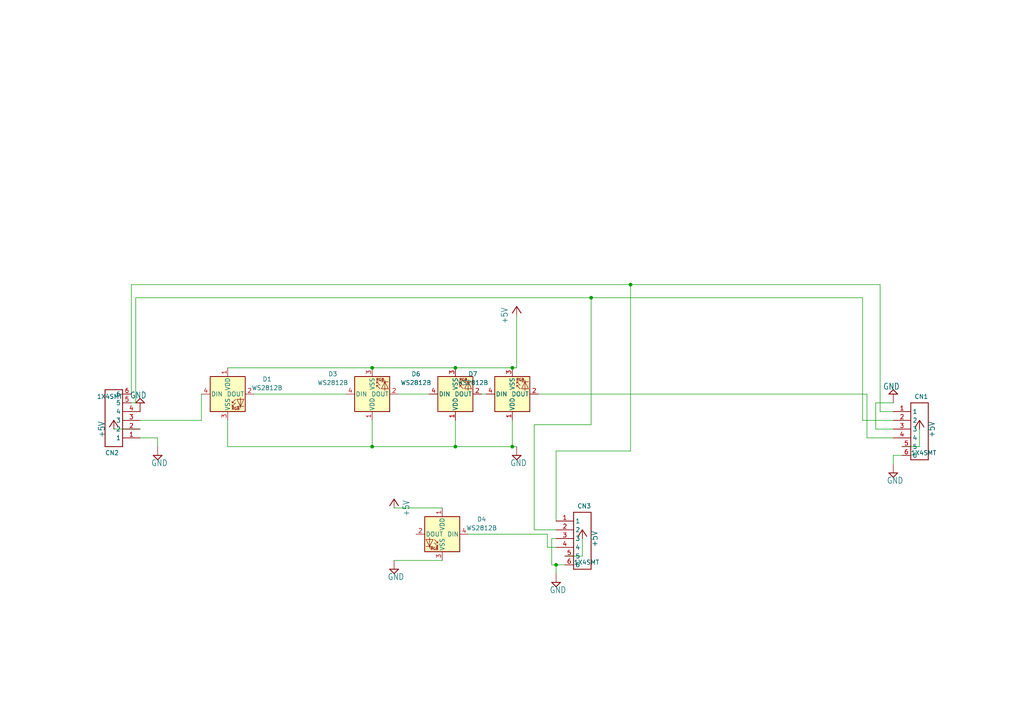
<source format=kicad_sch>
(kicad_sch (version 20211123) (generator eeschema)
  (paper "A4")
  (lib_symbols
    (symbol "1X4SMT_1"
      (property "Reference" "CN" (at 5.08 7.62 0))
      (property "Value" "1X4SMT_1" (at 0 -10.16 0))
      (symbol "1X4SMT_1_1_0"
        (polyline (pts (xy 0 -11.43) (xy 0 5.08)) (stroke (width 0.254)))
        (polyline (pts (xy 0 5.08) (xy 5.08 5.08)) (stroke (width 0.254)))
        (polyline (pts (xy 5.08 -11.43) (xy 0 -11.43)) (stroke (width 0.254)))
        (polyline (pts (xy 5.08 5.08) (xy 5.08 -11.43)) (stroke (width 0.254)))
        (pin bidirectional line (at -5.08 2.54 0) (length 5.08) (name "1") (number "1"))
        (pin bidirectional line (at -5.08 0 0) (length 5.08) (name "2") (number "2"))
        (pin bidirectional line (at -5.08 -2.54 0) (length 5.08) (name "3") (number "3"))
        (pin bidirectional line (at -5.08 -5.08 0) (length 5.08) (name "4") (number "4"))
      )
      (symbol "1X4SMT_1_1_1"
        (pin bidirectional line (at -2.54 -7.62 0) (length 2.54) (name "5") (number "5"))
        (pin bidirectional line (at -2.54 -10.16 0) (length 2.54) (name "6") (number "6"))
      )
    )
    (symbol "Adafruit NeoPixel 8 Stick-eagle-import:+5V" (power)
      (property "Value" "+5V" (at -2.54 -5.08 90))
      (symbol "+5V_1_0"
        (polyline (pts (xy 0 0) (xy -1.27 -1.905)) (stroke (width 0.254)))
        (polyline (pts (xy 1.27 -1.905) (xy 0 0)) (stroke (width 0.254)))
        (pin power_in line (at 0 -2.54 90) (length 2.54) (name "+5V") (number "1"))
      )
    )
    (symbol "Adafruit NeoPixel 8 Stick-eagle-import:1X4SMT"
      (property "Reference" "CN" (at 5.08 7.62 0))
      (property "Value" "1X4SMT" (at 0 -10.16 0))
      (symbol "1X4SMT_1_0"
        (polyline (pts (xy 0 -11.43) (xy 0 5.08)) (stroke (width 0.254)))
        (polyline (pts (xy 0 5.08) (xy 5.08 5.08)) (stroke (width 0.254)))
        (polyline (pts (xy 5.08 -11.43) (xy 0 -11.43)) (stroke (width 0.254)))
        (polyline (pts (xy 5.08 5.08) (xy 5.08 -11.43)) (stroke (width 0.254)))
        (pin bidirectional line (at -5.08 2.54 0) (length 5.08) (name "1") (number "1"))
        (pin bidirectional line (at -5.08 0 0) (length 5.08) (name "2") (number "2"))
        (pin bidirectional line (at -5.08 -2.54 0) (length 5.08) (name "3") (number "3"))
        (pin bidirectional line (at -5.08 -5.08 0) (length 5.08) (name "4") (number "4"))
      )
      (symbol "1X4SMT_1_1"
        (pin bidirectional line (at -2.54 -7.62 0) (length 2.54) (name "5") (number "5"))
        (pin bidirectional line (at -2.54 -10.16 0) (length 2.54) (name "6") (number "6"))
      )
    )
    (symbol "Adafruit NeoPixel 8 Stick-eagle-import:GND" (power)
      (property "Value" "GND" (at -1.905 -3.175 0))
      (symbol "GND_1_0"
        (polyline (pts (xy -1.27 0) (xy 1.27 0)) (stroke (width 0.254)))
        (polyline (pts (xy 0 -1.27) (xy -1.27 0)) (stroke (width 0.254)))
        (polyline (pts (xy 1.27 0) (xy 0 -1.27)) (stroke (width 0.254)))
        (pin power_in line (at 0 2.54 270) (length 2.54) (name "GND") (number "1"))
      )
    )
    (symbol "LED:WS2812B" (pin_names (offset 0.254))
      (property "Reference" "D" (at 5.08 5.715 0))
      (property "Value" "WS2812B" (at 1.27 -5.715 0))
      (symbol "WS2812B_0_0"
        (text "RGB" (at 2.286 -4.191 0) (effects (font (size 0.762 0.762))))
      )
      (symbol "WS2812B_0_1"
        (polyline (pts (xy 1.27 -3.556) (xy 1.778 -3.556)))
        (polyline (pts (xy 1.27 -2.54) (xy 1.778 -2.54)))
        (polyline (pts (xy 4.699 -3.556) (xy 2.667 -3.556)))
        (polyline (pts (xy 2.286 -2.54) (xy 1.27 -3.556) (xy 1.27 -3.048)))
        (polyline (pts (xy 2.286 -1.524) (xy 1.27 -2.54) (xy 1.27 -2.032)))
        (polyline (pts (xy 3.683 -1.016) (xy 3.683 -3.556) (xy 3.683 -4.064)))
        (polyline (pts (xy 4.699 -1.524) (xy 2.667 -1.524) (xy 3.683 -3.556) (xy 4.699 -1.524)))
        (rectangle (start 5.08 5.08) (end -5.08 -5.08) (stroke (width 0.254)) (fill (type background)))
      )
      (symbol "WS2812B_1_1"
        (pin power_in line (at 0 7.62 270) (length 2.54) (name "VDD") (number "1"))
        (pin output line (at 7.62 0 180) (length 2.54) (name "DOUT") (number "2"))
        (pin power_in line (at 0 -7.62 90) (length 2.54) (name "VSS") (number "3"))
        (pin input line (at -7.62 0 0) (length 2.54) (name "DIN") (number "4"))
      )
    )
  )
  (junction (at 161.29 163.83))
  (junction (at 148.59 106.68))
  (junction (at 107.95 129.54))
  (junction (at 182.88 82.55))
  (junction (at 148.59 129.54))
  (junction (at 171.45 86.36))
  (junction (at 132.08 106.68))
  (junction (at 132.08 129.54))
  (junction (at 107.95 106.68))
  (wire (pts (xy 154.94 153.67) (xy 154.94 123.19)))
  (wire (pts (xy 163.83 161.29) (xy 168.91 161.29)))
  (wire (pts (xy 40.64 127) (xy 45.72 127)))
  (wire (pts (xy 45.72 127) (xy 45.72 129.54)))
  (wire (pts (xy 259.08 132.08) (xy 259.08 134.62)))
  (wire (pts (xy 132.08 121.92) (xy 132.08 129.54)))
  (wire (pts (xy 161.29 151.13) (xy 161.29 130.81)))
  (wire (pts (xy 139.7 114.3) (xy 140.97 114.3)))
  (wire (pts (xy 128.27 147.32) (xy 114.3 147.32)))
  (wire (pts (xy 38.1 116.84) (xy 39.37 116.84)))
  (wire (pts (xy 40.64 121.92) (xy 58.42 121.92)))
  (wire (pts (xy 161.29 130.81) (xy 182.88 130.81)))
  (wire (pts (xy 107.95 106.68) (xy 132.08 106.68)))
  (wire (pts (xy 254 116.84) (xy 259.08 116.84)))
  (wire (pts (xy 254 124.46) (xy 254 116.84)))
  (wire (pts (xy 73.66 114.3) (xy 100.33 114.3)))
  (wire (pts (xy 171.45 86.36) (xy 250.19 86.36)))
  (wire (pts (xy 171.45 123.19) (xy 171.45 86.36)))
  (wire (pts (xy 148.59 106.68) (xy 149.86 106.68)))
  (wire (pts (xy 251.46 114.3) (xy 251.46 127)))
  (wire (pts (xy 255.27 82.55) (xy 255.27 119.38)))
  (wire (pts (xy 66.04 106.68) (xy 107.95 106.68)))
  (wire (pts (xy 160.02 163.83) (xy 161.29 163.83)))
  (wire (pts (xy 250.19 86.36) (xy 250.19 121.92)))
  (wire (pts (xy 132.08 106.68) (xy 148.59 106.68)))
  (wire (pts (xy 148.59 129.54) (xy 149.86 129.54)))
  (wire (pts (xy 161.29 163.83) (xy 161.29 166.37)))
  (wire (pts (xy 66.04 121.92) (xy 66.04 129.54)))
  (wire (pts (xy 114.3 162.56) (xy 128.27 162.56)))
  (wire (pts (xy 107.95 129.54) (xy 132.08 129.54)))
  (wire (pts (xy 38.1 82.55) (xy 182.88 82.55)))
  (wire (pts (xy 168.91 161.29) (xy 168.91 156.21)))
  (wire (pts (xy 163.83 163.83) (xy 161.29 163.83)))
  (wire (pts (xy 58.42 121.92) (xy 58.42 114.3)))
  (wire (pts (xy 158.75 158.75) (xy 161.29 158.75)))
  (wire (pts (xy 107.95 121.92) (xy 107.95 129.54)))
  (wire (pts (xy 39.37 86.36) (xy 171.45 86.36)))
  (wire (pts (xy 66.04 129.54) (xy 107.95 129.54)))
  (wire (pts (xy 250.19 121.92) (xy 259.08 121.92)))
  (wire (pts (xy 33.02 124.46) (xy 40.64 124.46)))
  (wire (pts (xy 251.46 127) (xy 259.08 127)))
  (wire (pts (xy 148.59 121.92) (xy 148.59 129.54)))
  (wire (pts (xy 160.02 156.21) (xy 160.02 163.83)))
  (wire (pts (xy 182.88 82.55) (xy 255.27 82.55)))
  (wire (pts (xy 156.21 114.3) (xy 251.46 114.3)))
  (wire (pts (xy 255.27 119.38) (xy 259.08 119.38)))
  (wire (pts (xy 161.29 156.21) (xy 160.02 156.21)))
  (wire (pts (xy 135.89 154.94) (xy 158.75 154.94)))
  (wire (pts (xy 154.94 123.19) (xy 171.45 123.19)))
  (wire (pts (xy 259.08 124.46) (xy 254 124.46)))
  (wire (pts (xy 182.88 130.81) (xy 182.88 82.55)))
  (wire (pts (xy 161.29 153.67) (xy 154.94 153.67)))
  (wire (pts (xy 158.75 154.94) (xy 158.75 158.75)))
  (wire (pts (xy 39.37 116.84) (xy 39.37 86.36)))
  (wire (pts (xy 261.62 132.08) (xy 259.08 132.08)))
  (wire (pts (xy 261.62 129.54) (xy 266.7 129.54)))
  (wire (pts (xy 38.1 114.3) (xy 38.1 82.55)))
  (wire (pts (xy 149.86 91.44) (xy 149.86 106.68)))
  (wire (pts (xy 266.7 129.54) (xy 266.7 124.46)))
  (wire (pts (xy 132.08 129.54) (xy 148.59 129.54)))
  (wire (pts (xy 115.57 114.3) (xy 124.46 114.3)))
  (symbol (lib_id "LED:WS2812B") (at 128.27 154.94 0) (mirror y) (unit 1)
    (property "Reference" "D4" (at 139.7 150.6093 0))
    (property "Value" "WS2812B" (at 139.7 153.1493 0))
    (property "Footprint" "LED_SMD:LED_WS2812B_PLCC4_5.0x5.0mm_P3.2mm" (effects hide))
    (property "Datasheet" "https://cdn-shop.adafruit.com/datasheets/WS2812B.pdf" (effects hide))
  )
  (symbol (lib_name "1X4SMT_1") (lib_id "Adafruit NeoPixel 8 Stick-eagle-import:1X4SMT") (at 166.37 153.67 0) (unit 1)
    (property "Reference" "CN3" (at 171.45 146.05 0) (effects (justify right top)))
    (property "Value" "1X4SMT" (at 166.37 163.83 0) (effects (justify left bottom)))
    (property "Footprint" "Adafruit NeoPixel 8 Stick:1X4-SMT" (effects hide))
  )
  (symbol (lib_id "Adafruit NeoPixel 8 Stick-eagle-import:GND") (at 40.64 116.84 180) (unit 1)
    (property "Reference" "#SUPPLY02" (effects hide))
    (property "Value" "GND" (at 42.545 113.665 0) (effects (font (size 1.778 1.5113)) (justify left bottom)))
    (property "Footprint" "Adafruit NeoPixel 8 Stick:" (effects hide))
  )
  (symbol (lib_id "Adafruit NeoPixel 8 Stick-eagle-import:+5V") (at 33.02 121.92 0) (unit 1)
    (property "Reference" "#P+011" (effects hide))
    (property "Value" "+5V" (at 30.48 127 90) (effects (font (size 1.778 1.5113)) (justify left bottom)))
    (property "Footprint" "Adafruit NeoPixel 8 Stick:" (effects hide))
  )
  (symbol (lib_id "Adafruit NeoPixel 8 Stick-eagle-import:+5V") (at 114.3 144.78 0) (mirror y) (unit 1)
    (property "Reference" "#P+0102" (effects hide))
    (property "Value" "+5V" (at 116.84 149.86 90) (effects (font (size 1.778 1.5113)) (justify left bottom)))
    (property "Footprint" "Adafruit NeoPixel 8 Stick:" (effects hide))
  )
  (symbol (lib_id "LED:WS2812B") (at 107.95 114.3 0) (mirror x) (unit 1)
    (property "Reference" "D3" (at 96.52 108.4705 0))
    (property "Value" "WS2812B" (at 96.52 111.0105 0))
    (property "Footprint" "LED_SMD:LED_WS2812B_PLCC4_5.0x5.0mm_P3.2mm" (effects hide))
    (property "Datasheet" "https://cdn-shop.adafruit.com/datasheets/WS2812B.pdf" (effects hide))
  )
  (symbol (lib_id "LED:WS2812B") (at 148.59 114.3 0) (mirror x) (unit 1)
    (property "Reference" "D7" (at 137.16 108.4705 0))
    (property "Value" "WS2812B" (at 137.16 111.0105 0))
    (property "Footprint" "LED_SMD:LED_WS2812B_PLCC4_5.0x5.0mm_P3.2mm" (effects hide))
    (property "Datasheet" "https://cdn-shop.adafruit.com/datasheets/WS2812B.pdf" (effects hide))
  )
  (symbol (lib_id "Adafruit NeoPixel 8 Stick-eagle-import:GND") (at 45.72 132.08 0) (unit 1)
    (property "Reference" "#SUPPLY07" (effects hide))
    (property "Value" "GND" (at 43.815 135.255 0) (effects (font (size 1.778 1.5113)) (justify left bottom)))
    (property "Footprint" "Adafruit NeoPixel 8 Stick:" (effects hide))
  )
  (symbol (lib_id "Adafruit NeoPixel 8 Stick-eagle-import:1X4SMT") (at 35.56 124.46 180) (unit 1)
    (property "Reference" "CN2" (at 30.48 132.08 0) (effects (justify right top)))
    (property "Value" "1X4SMT" (at 35.56 114.3 0) (effects (justify left bottom)))
    (property "Footprint" "Adafruit NeoPixel 8 Stick:1X4-SMT" (effects hide))
  )
  (symbol (lib_id "Adafruit NeoPixel 8 Stick-eagle-import:GND") (at 114.3 165.1 0) (unit 1)
    (property "Reference" "#SUPPLY0102" (effects hide))
    (property "Value" "GND" (at 112.395 168.275 0) (effects (font (size 1.778 1.5113)) (justify left bottom)))
    (property "Footprint" "Adafruit NeoPixel 8 Stick:" (effects hide))
  )
  (symbol (lib_id "LED:WS2812B") (at 66.04 114.3 0) (unit 1)
    (property "Reference" "D1" (at 77.47 109.9693 0))
    (property "Value" "WS2812B" (at 77.47 112.5093 0))
    (property "Footprint" "LED_SMD:LED_WS2812B_PLCC4_5.0x5.0mm_P3.2mm" (effects hide))
    (property "Datasheet" "https://cdn-shop.adafruit.com/datasheets/WS2812B.pdf" (effects hide))
  )
  (symbol (lib_id "Adafruit NeoPixel 8 Stick-eagle-import:+5V") (at 149.86 88.9 0) (unit 1)
    (property "Reference" "#P+02" (effects hide))
    (property "Value" "+5V" (at 147.32 93.98 90) (effects (font (size 1.778 1.5113)) (justify left bottom)))
    (property "Footprint" "Adafruit NeoPixel 8 Stick:" (effects hide))
  )
  (symbol (lib_name "1X4SMT_1") (lib_id "Adafruit NeoPixel 8 Stick-eagle-import:1X4SMT") (at 264.16 121.92 0) (unit 1)
    (property "Reference" "CN1" (at 269.24 114.3 0) (effects (justify right top)))
    (property "Value" "1X4SMT" (at 264.16 132.08 0) (effects (justify left bottom)))
    (property "Footprint" "Adafruit NeoPixel 8 Stick:1X4-SMT" (effects hide))
  )
  (symbol (lib_id "Adafruit NeoPixel 8 Stick-eagle-import:+5V") (at 266.7 121.92 0) (mirror y) (unit 1)
    (property "Reference" "#P+01" (effects hide))
    (property "Value" "+5V" (at 269.24 127 90) (effects (font (size 1.778 1.5113)) (justify left bottom)))
    (property "Footprint" "Adafruit NeoPixel 8 Stick:" (effects hide))
  )
  (symbol (lib_id "Adafruit NeoPixel 8 Stick-eagle-import:GND") (at 149.86 132.08 0) (unit 1)
    (property "Reference" "#SUPPLY03" (effects hide))
    (property "Value" "GND" (at 147.955 135.255 0) (effects (font (size 1.778 1.5113)) (justify left bottom)))
    (property "Footprint" "Adafruit NeoPixel 8 Stick:" (effects hide))
  )
  (symbol (lib_id "Adafruit NeoPixel 8 Stick-eagle-import:GND") (at 161.29 168.91 0) (unit 1)
    (property "Reference" "#SUPPLY0101" (effects hide))
    (property "Value" "GND" (at 159.385 172.085 0) (effects (font (size 1.778 1.5113)) (justify left bottom)))
    (property "Footprint" "Adafruit NeoPixel 8 Stick:" (effects hide))
  )
  (symbol (lib_id "LED:WS2812B") (at 132.08 114.3 0) (mirror x) (unit 1)
    (property "Reference" "D6" (at 120.65 108.4705 0))
    (property "Value" "WS2812B" (at 120.65 111.0105 0))
    (property "Footprint" "LED_SMD:LED_WS2812B_PLCC4_5.0x5.0mm_P3.2mm" (effects hide))
    (property "Datasheet" "https://cdn-shop.adafruit.com/datasheets/WS2812B.pdf" (effects hide))
  )
  (symbol (lib_id "Adafruit NeoPixel 8 Stick-eagle-import:GND") (at 259.08 137.16 0) (unit 1)
    (property "Reference" "#SUPPLY09" (effects hide))
    (property "Value" "GND" (at 257.175 140.335 0) (effects (font (size 1.778 1.5113)) (justify left bottom)))
    (property "Footprint" "Adafruit NeoPixel 8 Stick:" (effects hide))
  )
  (symbol (lib_id "Adafruit NeoPixel 8 Stick-eagle-import:+5V") (at 168.91 153.67 0) (mirror y) (unit 1)
    (property "Reference" "#P+0101" (effects hide))
    (property "Value" "+5V" (at 171.45 158.75 90) (effects (font (size 1.778 1.5113)) (justify left bottom)))
    (property "Footprint" "Adafruit NeoPixel 8 Stick:" (effects hide))
  )
  (symbol (lib_id "Adafruit NeoPixel 8 Stick-eagle-import:GND") (at 259.08 114.3 180) (unit 1)
    (property "Reference" "#SUPPLY01" (effects hide))
    (property "Value" "GND" (at 260.985 111.125 0) (effects (font (size 1.778 1.5113)) (justify left bottom)))
    (property "Footprint" "Adafruit NeoPixel 8 Stick:" (effects hide))
  )
)
</source>
